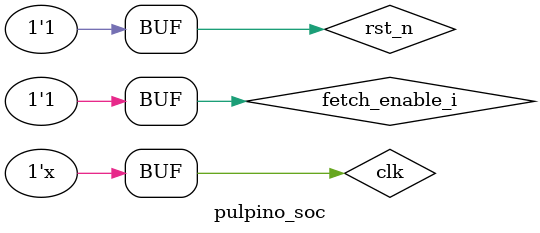
<source format=v>
`timescale 1ns / 1ps

/*
    测试 pulpino_top
    添加自定义的时钟和复位，不使用fpga中的
*/

module pulpino_soc();
 parameter USE_ZERO_RISCY = 1;
 parameter RISCY_RV32F = 0;
 parameter ZERO_RV32M = 0;
 parameter ZERO_RV32E = 0;
 
 reg fetch_enable_i = 1'b1;
 reg clk=1;
 reg rst_n=0;
 
 always #5 clk = ~clk;
 always #10 rst_n = 1;

  // PULP SoC
  pulpino_top
  #(
    .USE_ZERO_RISCY    ( USE_ZERO_RISCY ),
    .RISCY_RV32F       ( RISCY_RV32F    ),
    .ZERO_RV32M        ( ZERO_RV32M     ),
    .ZERO_RV32E        ( ZERO_RV32E     )
  )
  pulpino_i
  (
    .clk               ( clk               ),
    .rst_n             ( rst_n             ),

    .clk_sel_i         ( 1'b0              ),
    .clk_standalone_i  ( 1'b0              ),

    .testmode_i        ( 1'b1              ),
    .fetch_enable_i    ( fetch_enable_i    ),
    .scan_enable_i     ( 1'b0              ),

    
    .spi_clk_i         ( spi_clk_i         ),
    .spi_cs_i          ( spi_cs_i          ),
    .spi_mode_o        ( spi_mode_o        ),
    .spi_sdo0_o        ( spi_sdo0_o        ),
    .spi_sdo1_o        ( spi_sdo1_o        ),
    .spi_sdo2_o        ( spi_sdo2_o        ),
    .spi_sdo3_o        ( spi_sdo3_o        ),
    .spi_sdi0_i        ( spi_sdi0_i        ),
    .spi_sdi1_i        ( spi_sdi1_i        ),
    .spi_sdi2_i        ( spi_sdi2_i        ),
    .spi_sdi3_i        ( spi_sdi3_i        ),

    .spi_master_clk_o  ( spi_master_clk_o  ),
    .spi_master_csn0_o ( spi_master_csn0_o ),
    .spi_master_csn1_o ( spi_master_csn1_o ),
    .spi_master_csn2_o ( spi_master_csn2_o ),
    .spi_master_csn3_o ( spi_master_csn3_o ),
    .spi_master_mode_o ( spi_master_mode_o ),
    .spi_master_sdo0_o ( spi_master_sdo0_o ),
    .spi_master_sdo1_o ( spi_master_sdo1_o ),
    .spi_master_sdo2_o ( spi_master_sdo2_o ),
    .spi_master_sdo3_o ( spi_master_sdo3_o ),
    .spi_master_sdi0_i ( spi_master_sdi0_i ),
    .spi_master_sdi1_i ( spi_master_sdi1_i ),
    .spi_master_sdi2_i ( spi_master_sdi2_i ),
    .spi_master_sdi3_i ( spi_master_sdi3_i ),

    .uart_tx           ( uart_tx           ), // output
    .uart_rx           ( uart_rx           ), // input
    .uart_rts          ( uart_rts          ), // output
    .uart_dtr          ( uart_dtr          ), // output
    .uart_cts          ( uart_cts          ), // input
    .uart_dsr          ( uart_dsr          ), // input

    .scl_pad_i         ( scl_i             ),
    .scl_pad_o         ( scl_o             ),
    .scl_padoen_o      ( scl_oen_o         ),
    .sda_pad_i         ( sda_i             ),
    .sda_pad_o         ( sda_o             ),
    .sda_padoen_o      ( sda_oen_o         ),

    .gpio_in           ( gpio_in           ),
    .gpio_out          ( gpio_out          ),
    .gpio_dir          ( gpio_dir          ),
    .gpio_padcfg       (                   ),

    .tck_i             ( tck_i             ),
    .trstn_i           ( trstn_i           ),
    .tms_i             ( tms_i             ),
    .tdi_i             ( tdi_i             ),
    .tdo_o             ( tdo_o             ),
    
    
    .pad_cfg_o         (                   ),
    .pad_mux_o         (                   )
   
    
  );




endmodule

</source>
